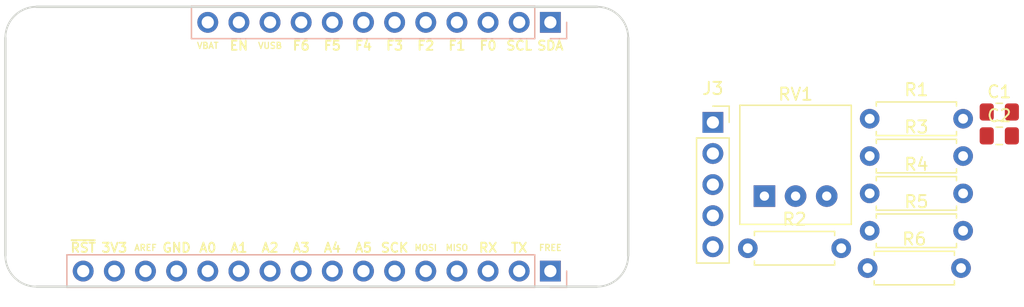
<source format=kicad_pcb>
(kicad_pcb (version 20171130) (host pcbnew 5.0.2-bee76a0~70~ubuntu16.04.1)

  (general
    (thickness 1.6)
    (drawings 36)
    (tracks 0)
    (zones 0)
    (modules 16)
    (nets 32)
  )

  (page A4)
  (layers
    (0 F.Cu signal)
    (31 B.Cu signal)
    (32 B.Adhes user)
    (33 F.Adhes user)
    (34 B.Paste user)
    (35 F.Paste user)
    (36 B.SilkS user)
    (37 F.SilkS user)
    (38 B.Mask user)
    (39 F.Mask user)
    (40 Dwgs.User user)
    (41 Cmts.User user)
    (42 Eco1.User user)
    (43 Eco2.User user)
    (44 Edge.Cuts user)
    (45 Margin user)
    (46 B.CrtYd user)
    (47 F.CrtYd user)
    (48 B.Fab user)
    (49 F.Fab user)
  )

  (setup
    (last_trace_width 0.25)
    (trace_clearance 0.2)
    (zone_clearance 0.508)
    (zone_45_only no)
    (trace_min 0.2)
    (segment_width 0.2)
    (edge_width 0.15)
    (via_size 0.8)
    (via_drill 0.4)
    (via_min_size 0.4)
    (via_min_drill 0.3)
    (uvia_size 0.3)
    (uvia_drill 0.1)
    (uvias_allowed no)
    (uvia_min_size 0.2)
    (uvia_min_drill 0.1)
    (pcb_text_width 0.3)
    (pcb_text_size 1.5 1.5)
    (mod_edge_width 0.15)
    (mod_text_size 1 1)
    (mod_text_width 0.15)
    (pad_size 1.524 1.524)
    (pad_drill 0.762)
    (pad_to_mask_clearance 0.051)
    (solder_mask_min_width 0.25)
    (aux_axis_origin 0 0)
    (visible_elements FFFFF77F)
    (pcbplotparams
      (layerselection 0x010fc_ffffffff)
      (usegerberextensions false)
      (usegerberattributes false)
      (usegerberadvancedattributes false)
      (creategerberjobfile false)
      (excludeedgelayer true)
      (linewidth 0.100000)
      (plotframeref false)
      (viasonmask false)
      (mode 1)
      (useauxorigin false)
      (hpglpennumber 1)
      (hpglpenspeed 20)
      (hpglpendiameter 15.000000)
      (psnegative false)
      (psa4output false)
      (plotreference true)
      (plotvalue true)
      (plotinvisibletext false)
      (padsonsilk false)
      (subtractmaskfromsilk false)
      (outputformat 1)
      (mirror false)
      (drillshape 1)
      (scaleselection 1)
      (outputdirectory ""))
  )

  (net 0 "")
  (net 1 /FREE)
  (net 2 /TX)
  (net 3 /RX)
  (net 4 /MISO)
  (net 5 /MOSI)
  (net 6 /SCK)
  (net 7 /A5)
  (net 8 /A4)
  (net 9 /A3)
  (net 10 /A2)
  (net 11 /A1)
  (net 12 /A0)
  (net 13 GND)
  (net 14 /AREF)
  (net 15 +3V3)
  (net 16 /~RST)
  (net 17 /SDA)
  (net 18 /SCL)
  (net 19 /F0)
  (net 20 /F1)
  (net 21 /F2)
  (net 22 /F3)
  (net 23 /F4)
  (net 24 /F5)
  (net 25 /F6)
  (net 26 /VUSB)
  (net 27 /EN)
  (net 28 /VBAT)
  (net 29 /GATE)
  (net 30 /ENV)
  (net 31 /AUD)

  (net_class Default "This is the default net class."
    (clearance 0.2)
    (trace_width 0.25)
    (via_dia 0.8)
    (via_drill 0.4)
    (uvia_dia 0.3)
    (uvia_drill 0.1)
    (add_net +3V3)
    (add_net /A0)
    (add_net /A1)
    (add_net /A2)
    (add_net /A3)
    (add_net /A4)
    (add_net /A5)
    (add_net /AREF)
    (add_net /AUD)
    (add_net /EN)
    (add_net /ENV)
    (add_net /F0)
    (add_net /F1)
    (add_net /F2)
    (add_net /F3)
    (add_net /F4)
    (add_net /F5)
    (add_net /F6)
    (add_net /FREE)
    (add_net /GATE)
    (add_net /MISO)
    (add_net /MOSI)
    (add_net /RX)
    (add_net /SCK)
    (add_net /SCL)
    (add_net /SDA)
    (add_net /TX)
    (add_net /VBAT)
    (add_net /VUSB)
    (add_net /~RST)
    (add_net GND)
  )

  (module MountingHole:MountingHole_2.7mm_M2.5 locked (layer F.Cu) (tedit 5D377204) (tstamp 5D4FBE97)
    (at 73.66 27.94)
    (descr "Mounting Hole 2.7mm, no annular, M2.5")
    (tags "mounting hole 2.7mm no annular m2.5")
    (attr virtual)
    (fp_text reference REF** (at 0 -3.7) (layer F.SilkS) hide
      (effects (font (size 1 1) (thickness 0.15)))
    )
    (fp_text value MountingHole_2.7mm_M2.5 (at 0 3.7) (layer F.Fab) hide
      (effects (font (size 1 1) (thickness 0.15)))
    )
    (fp_text user %R (at 0.3 0) (layer F.Fab) hide
      (effects (font (size 1 1) (thickness 0.15)))
    )
    (fp_circle (center 0 0) (end 2.7 0) (layer Cmts.User) (width 0.15))
    (fp_circle (center 0 0) (end 2.95 0) (layer F.CrtYd) (width 0.05))
    (pad 1 np_thru_hole circle (at 0 0) (size 2.7 2.7) (drill 2.7) (layers *.Cu *.Mask))
  )

  (module MountingHole:MountingHole_2.7mm_M2.5 locked (layer F.Cu) (tedit 5D377204) (tstamp 5D4FBE89)
    (at 73.66 45.72)
    (descr "Mounting Hole 2.7mm, no annular, M2.5")
    (tags "mounting hole 2.7mm no annular m2.5")
    (attr virtual)
    (fp_text reference REF** (at 0 -3.7) (layer F.SilkS) hide
      (effects (font (size 1 1) (thickness 0.15)))
    )
    (fp_text value MountingHole_2.7mm_M2.5 (at 0 3.7) (layer F.Fab) hide
      (effects (font (size 1 1) (thickness 0.15)))
    )
    (fp_circle (center 0 0) (end 2.95 0) (layer F.CrtYd) (width 0.05))
    (fp_circle (center 0 0) (end 2.7 0) (layer Cmts.User) (width 0.15))
    (fp_text user %R (at 0.3 0) (layer F.Fab) hide
      (effects (font (size 1 1) (thickness 0.15)))
    )
    (pad 1 np_thru_hole circle (at 0 0) (size 2.7 2.7) (drill 2.7) (layers *.Cu *.Mask))
  )

  (module MountingHole:MountingHole_2.7mm_M2.5 locked (layer F.Cu) (tedit 5D377204) (tstamp 5D4FBE7B)
    (at 27.94 45.72)
    (descr "Mounting Hole 2.7mm, no annular, M2.5")
    (tags "mounting hole 2.7mm no annular m2.5")
    (attr virtual)
    (fp_text reference REF** (at 0 -3.7) (layer F.SilkS) hide
      (effects (font (size 1 1) (thickness 0.15)))
    )
    (fp_text value MountingHole_2.7mm_M2.5 (at 0 3.7) (layer F.Fab) hide
      (effects (font (size 1 1) (thickness 0.15)))
    )
    (fp_text user %R (at 0.3 0) (layer F.Fab) hide
      (effects (font (size 1 1) (thickness 0.15)))
    )
    (fp_circle (center 0 0) (end 2.7 0) (layer Cmts.User) (width 0.15))
    (fp_circle (center 0 0) (end 2.95 0) (layer F.CrtYd) (width 0.05))
    (pad 1 np_thru_hole circle (at 0 0) (size 2.7 2.7) (drill 2.7) (layers *.Cu *.Mask))
  )

  (module MountingHole:MountingHole_2.7mm_M2.5 locked (layer F.Cu) (tedit 5D377204) (tstamp 5D4FBE61)
    (at 27.94 27.94)
    (descr "Mounting Hole 2.7mm, no annular, M2.5")
    (tags "mounting hole 2.7mm no annular m2.5")
    (attr virtual)
    (fp_text reference REF** (at 0 -3.7) (layer F.SilkS) hide
      (effects (font (size 1 1) (thickness 0.15)))
    )
    (fp_text value MountingHole_2.7mm_M2.5 (at 0 3.7) (layer F.Fab) hide
      (effects (font (size 1 1) (thickness 0.15)))
    )
    (fp_circle (center 0 0) (end 2.95 0) (layer F.CrtYd) (width 0.05))
    (fp_circle (center 0 0) (end 2.7 0) (layer Cmts.User) (width 0.15))
    (fp_text user %R (at 0.3 0) (layer F.Fab) hide
      (effects (font (size 1 1) (thickness 0.15)))
    )
    (pad 1 np_thru_hole circle (at 0 0) (size 2.7 2.7) (drill 2.7) (layers *.Cu *.Mask))
  )

  (module Connector_PinHeader_2.54mm:PinHeader_1x16_P2.54mm_Vertical (layer B.Cu) (tedit 5D3772F9) (tstamp 5D4FBF56)
    (at 69.85 46.99 90)
    (descr "Through hole straight pin header, 1x16, 2.54mm pitch, single row")
    (tags "Through hole pin header THT 1x16 2.54mm single row")
    (path /5D375C76)
    (fp_text reference J1 (at 0 2.33 90) (layer B.SilkS) hide
      (effects (font (size 1 1) (thickness 0.15)) (justify mirror))
    )
    (fp_text value "feather long" (at 0 -40.43 90) (layer B.Fab) hide
      (effects (font (size 1 1) (thickness 0.15)) (justify mirror))
    )
    (fp_line (start -0.635 1.27) (end 1.27 1.27) (layer B.Fab) (width 0.1))
    (fp_line (start 1.27 1.27) (end 1.27 -39.37) (layer B.Fab) (width 0.1))
    (fp_line (start 1.27 -39.37) (end -1.27 -39.37) (layer B.Fab) (width 0.1))
    (fp_line (start -1.27 -39.37) (end -1.27 0.635) (layer B.Fab) (width 0.1))
    (fp_line (start -1.27 0.635) (end -0.635 1.27) (layer B.Fab) (width 0.1))
    (fp_line (start -1.33 -39.43) (end 1.33 -39.43) (layer B.SilkS) (width 0.12))
    (fp_line (start -1.33 -1.27) (end -1.33 -39.43) (layer B.SilkS) (width 0.12))
    (fp_line (start 1.33 -1.27) (end 1.33 -39.43) (layer B.SilkS) (width 0.12))
    (fp_line (start -1.33 -1.27) (end 1.33 -1.27) (layer B.SilkS) (width 0.12))
    (fp_line (start -1.33 0) (end -1.33 1.33) (layer B.SilkS) (width 0.12))
    (fp_line (start -1.33 1.33) (end 0 1.33) (layer B.SilkS) (width 0.12))
    (fp_line (start -1.8 1.8) (end -1.8 -39.9) (layer B.CrtYd) (width 0.05))
    (fp_line (start -1.8 -39.9) (end 1.8 -39.9) (layer B.CrtYd) (width 0.05))
    (fp_line (start 1.8 -39.9) (end 1.8 1.8) (layer B.CrtYd) (width 0.05))
    (fp_line (start 1.8 1.8) (end -1.8 1.8) (layer B.CrtYd) (width 0.05))
    (fp_text user %R (at 0 -19.05) (layer B.Fab)
      (effects (font (size 1 1) (thickness 0.15)) (justify mirror))
    )
    (pad 1 thru_hole rect (at 0 0 90) (size 1.7 1.7) (drill 1) (layers *.Cu *.Mask)
      (net 1 /FREE))
    (pad 2 thru_hole oval (at 0 -2.54 90) (size 1.7 1.7) (drill 1) (layers *.Cu *.Mask)
      (net 2 /TX))
    (pad 3 thru_hole oval (at 0 -5.08 90) (size 1.7 1.7) (drill 1) (layers *.Cu *.Mask)
      (net 3 /RX))
    (pad 4 thru_hole oval (at 0 -7.62 90) (size 1.7 1.7) (drill 1) (layers *.Cu *.Mask)
      (net 4 /MISO))
    (pad 5 thru_hole oval (at 0 -10.16 90) (size 1.7 1.7) (drill 1) (layers *.Cu *.Mask)
      (net 5 /MOSI))
    (pad 6 thru_hole oval (at 0 -12.7 90) (size 1.7 1.7) (drill 1) (layers *.Cu *.Mask)
      (net 6 /SCK))
    (pad 7 thru_hole oval (at 0 -15.24 90) (size 1.7 1.7) (drill 1) (layers *.Cu *.Mask)
      (net 7 /A5))
    (pad 8 thru_hole oval (at 0 -17.78 90) (size 1.7 1.7) (drill 1) (layers *.Cu *.Mask)
      (net 8 /A4))
    (pad 9 thru_hole oval (at 0 -20.32 90) (size 1.7 1.7) (drill 1) (layers *.Cu *.Mask)
      (net 9 /A3))
    (pad 10 thru_hole oval (at 0 -22.86 90) (size 1.7 1.7) (drill 1) (layers *.Cu *.Mask)
      (net 10 /A2))
    (pad 11 thru_hole oval (at 0 -25.4 90) (size 1.7 1.7) (drill 1) (layers *.Cu *.Mask)
      (net 11 /A1))
    (pad 12 thru_hole oval (at 0 -27.94 90) (size 1.7 1.7) (drill 1) (layers *.Cu *.Mask)
      (net 12 /A0))
    (pad 13 thru_hole oval (at 0 -30.48 90) (size 1.7 1.7) (drill 1) (layers *.Cu *.Mask)
      (net 13 GND))
    (pad 14 thru_hole oval (at 0 -33.02 90) (size 1.7 1.7) (drill 1) (layers *.Cu *.Mask)
      (net 14 /AREF))
    (pad 15 thru_hole oval (at 0 -35.56 90) (size 1.7 1.7) (drill 1) (layers *.Cu *.Mask)
      (net 15 +3V3))
    (pad 16 thru_hole oval (at 0 -38.1 90) (size 1.7 1.7) (drill 1) (layers *.Cu *.Mask)
      (net 16 /~RST))
    (model ${KISYS3DMOD}/Connector_PinHeader_2.54mm.3dshapes/PinHeader_1x16_P2.54mm_Vertical.wrl
      (at (xyz 0 0 0))
      (scale (xyz 1 1 1))
      (rotate (xyz 0 0 0))
    )
  )

  (module Connector_PinHeader_2.54mm:PinHeader_1x12_P2.54mm_Vertical (layer B.Cu) (tedit 5D3772F5) (tstamp 5D4FBF76)
    (at 69.85 26.67 90)
    (descr "Through hole straight pin header, 1x12, 2.54mm pitch, single row")
    (tags "Through hole pin header THT 1x12 2.54mm single row")
    (path /5D375CC4)
    (fp_text reference J2 (at 0 2.33 90) (layer B.SilkS) hide
      (effects (font (size 1 1) (thickness 0.15)) (justify mirror))
    )
    (fp_text value "feather short" (at 0 -30.27 90) (layer B.Fab) hide
      (effects (font (size 1 1) (thickness 0.15)) (justify mirror))
    )
    (fp_line (start -0.635 1.27) (end 1.27 1.27) (layer B.Fab) (width 0.1))
    (fp_line (start 1.27 1.27) (end 1.27 -29.21) (layer B.Fab) (width 0.1))
    (fp_line (start 1.27 -29.21) (end -1.27 -29.21) (layer B.Fab) (width 0.1))
    (fp_line (start -1.27 -29.21) (end -1.27 0.635) (layer B.Fab) (width 0.1))
    (fp_line (start -1.27 0.635) (end -0.635 1.27) (layer B.Fab) (width 0.1))
    (fp_line (start -1.33 -29.27) (end 1.33 -29.27) (layer B.SilkS) (width 0.12))
    (fp_line (start -1.33 -1.27) (end -1.33 -29.27) (layer B.SilkS) (width 0.12))
    (fp_line (start 1.33 -1.27) (end 1.33 -29.27) (layer B.SilkS) (width 0.12))
    (fp_line (start -1.33 -1.27) (end 1.33 -1.27) (layer B.SilkS) (width 0.12))
    (fp_line (start -1.33 0) (end -1.33 1.33) (layer B.SilkS) (width 0.12))
    (fp_line (start -1.33 1.33) (end 0 1.33) (layer B.SilkS) (width 0.12))
    (fp_line (start -1.8 1.8) (end -1.8 -29.75) (layer B.CrtYd) (width 0.05))
    (fp_line (start -1.8 -29.75) (end 1.8 -29.75) (layer B.CrtYd) (width 0.05))
    (fp_line (start 1.8 -29.75) (end 1.8 1.8) (layer B.CrtYd) (width 0.05))
    (fp_line (start 1.8 1.8) (end -1.8 1.8) (layer B.CrtYd) (width 0.05))
    (fp_text user %R (at 0 -13.97) (layer B.Fab)
      (effects (font (size 1 1) (thickness 0.15)) (justify mirror))
    )
    (pad 1 thru_hole rect (at 0 0 90) (size 1.7 1.7) (drill 1) (layers *.Cu *.Mask)
      (net 17 /SDA))
    (pad 2 thru_hole oval (at 0 -2.54 90) (size 1.7 1.7) (drill 1) (layers *.Cu *.Mask)
      (net 18 /SCL))
    (pad 3 thru_hole oval (at 0 -5.08 90) (size 1.7 1.7) (drill 1) (layers *.Cu *.Mask)
      (net 19 /F0))
    (pad 4 thru_hole oval (at 0 -7.62 90) (size 1.7 1.7) (drill 1) (layers *.Cu *.Mask)
      (net 20 /F1))
    (pad 5 thru_hole oval (at 0 -10.16 90) (size 1.7 1.7) (drill 1) (layers *.Cu *.Mask)
      (net 21 /F2))
    (pad 6 thru_hole oval (at 0 -12.7 90) (size 1.7 1.7) (drill 1) (layers *.Cu *.Mask)
      (net 22 /F3))
    (pad 7 thru_hole oval (at 0 -15.24 90) (size 1.7 1.7) (drill 1) (layers *.Cu *.Mask)
      (net 23 /F4))
    (pad 8 thru_hole oval (at 0 -17.78 90) (size 1.7 1.7) (drill 1) (layers *.Cu *.Mask)
      (net 24 /F5))
    (pad 9 thru_hole oval (at 0 -20.32 90) (size 1.7 1.7) (drill 1) (layers *.Cu *.Mask)
      (net 25 /F6))
    (pad 10 thru_hole oval (at 0 -22.86 90) (size 1.7 1.7) (drill 1) (layers *.Cu *.Mask)
      (net 26 /VUSB))
    (pad 11 thru_hole oval (at 0 -25.4 90) (size 1.7 1.7) (drill 1) (layers *.Cu *.Mask)
      (net 27 /EN))
    (pad 12 thru_hole oval (at 0 -27.94 90) (size 1.7 1.7) (drill 1) (layers *.Cu *.Mask)
      (net 28 /VBAT))
    (model ${KISYS3DMOD}/Connector_PinHeader_2.54mm.3dshapes/PinHeader_1x12_P2.54mm_Vertical.wrl
      (at (xyz 0 0 0))
      (scale (xyz 1 1 1))
      (rotate (xyz 0 0 0))
    )
  )

  (module Capacitor_SMD:C_0805_2012Metric_Pad1.15x1.40mm_HandSolder (layer F.Cu) (tedit 5B36C52B) (tstamp 5D454535)
    (at 106.465001 33.995001)
    (descr "Capacitor SMD 0805 (2012 Metric), square (rectangular) end terminal, IPC_7351 nominal with elongated pad for handsoldering. (Body size source: https://docs.google.com/spreadsheets/d/1BsfQQcO9C6DZCsRaXUlFlo91Tg2WpOkGARC1WS5S8t0/edit?usp=sharing), generated with kicad-footprint-generator")
    (tags "capacitor handsolder")
    (path /5D3A7CD1)
    (attr smd)
    (fp_text reference C1 (at 0 -1.65) (layer F.SilkS)
      (effects (font (size 1 1) (thickness 0.15)))
    )
    (fp_text value 10μF (at 0 1.65) (layer F.Fab)
      (effects (font (size 1 1) (thickness 0.15)))
    )
    (fp_line (start -1 0.6) (end -1 -0.6) (layer F.Fab) (width 0.1))
    (fp_line (start -1 -0.6) (end 1 -0.6) (layer F.Fab) (width 0.1))
    (fp_line (start 1 -0.6) (end 1 0.6) (layer F.Fab) (width 0.1))
    (fp_line (start 1 0.6) (end -1 0.6) (layer F.Fab) (width 0.1))
    (fp_line (start -0.261252 -0.71) (end 0.261252 -0.71) (layer F.SilkS) (width 0.12))
    (fp_line (start -0.261252 0.71) (end 0.261252 0.71) (layer F.SilkS) (width 0.12))
    (fp_line (start -1.85 0.95) (end -1.85 -0.95) (layer F.CrtYd) (width 0.05))
    (fp_line (start -1.85 -0.95) (end 1.85 -0.95) (layer F.CrtYd) (width 0.05))
    (fp_line (start 1.85 -0.95) (end 1.85 0.95) (layer F.CrtYd) (width 0.05))
    (fp_line (start 1.85 0.95) (end -1.85 0.95) (layer F.CrtYd) (width 0.05))
    (fp_text user %R (at 0 0) (layer F.Fab)
      (effects (font (size 0.5 0.5) (thickness 0.08)))
    )
    (pad 1 smd roundrect (at -1.025 0) (size 1.15 1.4) (layers F.Cu F.Paste F.Mask) (roundrect_rratio 0.217391)
      (net 26 /VUSB))
    (pad 2 smd roundrect (at 1.025 0) (size 1.15 1.4) (layers F.Cu F.Paste F.Mask) (roundrect_rratio 0.217391)
      (net 13 GND))
    (model ${KISYS3DMOD}/Capacitor_SMD.3dshapes/C_0805_2012Metric.wrl
      (at (xyz 0 0 0))
      (scale (xyz 1 1 1))
      (rotate (xyz 0 0 0))
    )
  )

  (module Capacitor_SMD:C_0805_2012Metric_Pad1.15x1.40mm_HandSolder (layer F.Cu) (tedit 5B36C52B) (tstamp 5D454546)
    (at 106.465001 35.945001)
    (descr "Capacitor SMD 0805 (2012 Metric), square (rectangular) end terminal, IPC_7351 nominal with elongated pad for handsoldering. (Body size source: https://docs.google.com/spreadsheets/d/1BsfQQcO9C6DZCsRaXUlFlo91Tg2WpOkGARC1WS5S8t0/edit?usp=sharing), generated with kicad-footprint-generator")
    (tags "capacitor handsolder")
    (path /5D38CF09)
    (attr smd)
    (fp_text reference C2 (at 0 -1.65) (layer F.SilkS)
      (effects (font (size 1 1) (thickness 0.15)))
    )
    (fp_text value 10μF (at 0 1.65) (layer F.Fab)
      (effects (font (size 1 1) (thickness 0.15)))
    )
    (fp_text user %R (at 0 0) (layer F.Fab)
      (effects (font (size 0.5 0.5) (thickness 0.08)))
    )
    (fp_line (start 1.85 0.95) (end -1.85 0.95) (layer F.CrtYd) (width 0.05))
    (fp_line (start 1.85 -0.95) (end 1.85 0.95) (layer F.CrtYd) (width 0.05))
    (fp_line (start -1.85 -0.95) (end 1.85 -0.95) (layer F.CrtYd) (width 0.05))
    (fp_line (start -1.85 0.95) (end -1.85 -0.95) (layer F.CrtYd) (width 0.05))
    (fp_line (start -0.261252 0.71) (end 0.261252 0.71) (layer F.SilkS) (width 0.12))
    (fp_line (start -0.261252 -0.71) (end 0.261252 -0.71) (layer F.SilkS) (width 0.12))
    (fp_line (start 1 0.6) (end -1 0.6) (layer F.Fab) (width 0.1))
    (fp_line (start 1 -0.6) (end 1 0.6) (layer F.Fab) (width 0.1))
    (fp_line (start -1 -0.6) (end 1 -0.6) (layer F.Fab) (width 0.1))
    (fp_line (start -1 0.6) (end -1 -0.6) (layer F.Fab) (width 0.1))
    (pad 2 smd roundrect (at 1.025 0) (size 1.15 1.4) (layers F.Cu F.Paste F.Mask) (roundrect_rratio 0.217391)
      (net 13 GND))
    (pad 1 smd roundrect (at -1.025 0) (size 1.15 1.4) (layers F.Cu F.Paste F.Mask) (roundrect_rratio 0.217391)
      (net 15 +3V3))
    (model ${KISYS3DMOD}/Capacitor_SMD.3dshapes/C_0805_2012Metric.wrl
      (at (xyz 0 0 0))
      (scale (xyz 1 1 1))
      (rotate (xyz 0 0 0))
    )
  )

  (module Connector_PinSocket_2.54mm:PinSocket_1x05_P2.54mm_Vertical (layer F.Cu) (tedit 5A19A420) (tstamp 5D45455F)
    (at 83.105001 34.845001)
    (descr "Through hole straight socket strip, 1x05, 2.54mm pitch, single row (from Kicad 4.0.7), script generated")
    (tags "Through hole socket strip THT 1x05 2.54mm single row")
    (path /5D38837E)
    (fp_text reference J3 (at 0 -2.77) (layer F.SilkS)
      (effects (font (size 1 1) (thickness 0.15)))
    )
    (fp_text value "sound detector" (at 0 12.93) (layer F.Fab)
      (effects (font (size 1 1) (thickness 0.15)))
    )
    (fp_line (start -1.27 -1.27) (end 0.635 -1.27) (layer F.Fab) (width 0.1))
    (fp_line (start 0.635 -1.27) (end 1.27 -0.635) (layer F.Fab) (width 0.1))
    (fp_line (start 1.27 -0.635) (end 1.27 11.43) (layer F.Fab) (width 0.1))
    (fp_line (start 1.27 11.43) (end -1.27 11.43) (layer F.Fab) (width 0.1))
    (fp_line (start -1.27 11.43) (end -1.27 -1.27) (layer F.Fab) (width 0.1))
    (fp_line (start -1.33 1.27) (end 1.33 1.27) (layer F.SilkS) (width 0.12))
    (fp_line (start -1.33 1.27) (end -1.33 11.49) (layer F.SilkS) (width 0.12))
    (fp_line (start -1.33 11.49) (end 1.33 11.49) (layer F.SilkS) (width 0.12))
    (fp_line (start 1.33 1.27) (end 1.33 11.49) (layer F.SilkS) (width 0.12))
    (fp_line (start 1.33 -1.33) (end 1.33 0) (layer F.SilkS) (width 0.12))
    (fp_line (start 0 -1.33) (end 1.33 -1.33) (layer F.SilkS) (width 0.12))
    (fp_line (start -1.8 -1.8) (end 1.75 -1.8) (layer F.CrtYd) (width 0.05))
    (fp_line (start 1.75 -1.8) (end 1.75 11.9) (layer F.CrtYd) (width 0.05))
    (fp_line (start 1.75 11.9) (end -1.8 11.9) (layer F.CrtYd) (width 0.05))
    (fp_line (start -1.8 11.9) (end -1.8 -1.8) (layer F.CrtYd) (width 0.05))
    (fp_text user %R (at 0 5.08 90) (layer F.Fab)
      (effects (font (size 1 1) (thickness 0.15)))
    )
    (pad 1 thru_hole rect (at 0 0) (size 1.7 1.7) (drill 1) (layers *.Cu *.Mask)
      (net 13 GND))
    (pad 2 thru_hole oval (at 0 2.54) (size 1.7 1.7) (drill 1) (layers *.Cu *.Mask)
      (net 26 /VUSB))
    (pad 3 thru_hole oval (at 0 5.08) (size 1.7 1.7) (drill 1) (layers *.Cu *.Mask)
      (net 29 /GATE))
    (pad 4 thru_hole oval (at 0 7.62) (size 1.7 1.7) (drill 1) (layers *.Cu *.Mask)
      (net 30 /ENV))
    (pad 5 thru_hole oval (at 0 10.16) (size 1.7 1.7) (drill 1) (layers *.Cu *.Mask)
      (net 31 /AUD))
    (model ${KISYS3DMOD}/Connector_PinSocket_2.54mm.3dshapes/PinSocket_1x05_P2.54mm_Vertical.wrl
      (at (xyz 0 0 0))
      (scale (xyz 1 1 1))
      (rotate (xyz 0 0 0))
    )
  )

  (module Resistor_THT:R_Axial_DIN0207_L6.3mm_D2.5mm_P7.62mm_Horizontal (layer F.Cu) (tedit 5AE5139B) (tstamp 5D454576)
    (at 95.895001 34.545001)
    (descr "Resistor, Axial_DIN0207 series, Axial, Horizontal, pin pitch=7.62mm, 0.25W = 1/4W, length*diameter=6.3*2.5mm^2, http://cdn-reichelt.de/documents/datenblatt/B400/1_4W%23YAG.pdf")
    (tags "Resistor Axial_DIN0207 series Axial Horizontal pin pitch 7.62mm 0.25W = 1/4W length 6.3mm diameter 2.5mm")
    (path /5D38B8FD)
    (fp_text reference R1 (at 3.81 -2.37) (layer F.SilkS)
      (effects (font (size 1 1) (thickness 0.15)))
    )
    (fp_text value 1.74K (at 3.81 2.37) (layer F.Fab)
      (effects (font (size 1 1) (thickness 0.15)))
    )
    (fp_line (start 0.66 -1.25) (end 0.66 1.25) (layer F.Fab) (width 0.1))
    (fp_line (start 0.66 1.25) (end 6.96 1.25) (layer F.Fab) (width 0.1))
    (fp_line (start 6.96 1.25) (end 6.96 -1.25) (layer F.Fab) (width 0.1))
    (fp_line (start 6.96 -1.25) (end 0.66 -1.25) (layer F.Fab) (width 0.1))
    (fp_line (start 0 0) (end 0.66 0) (layer F.Fab) (width 0.1))
    (fp_line (start 7.62 0) (end 6.96 0) (layer F.Fab) (width 0.1))
    (fp_line (start 0.54 -1.04) (end 0.54 -1.37) (layer F.SilkS) (width 0.12))
    (fp_line (start 0.54 -1.37) (end 7.08 -1.37) (layer F.SilkS) (width 0.12))
    (fp_line (start 7.08 -1.37) (end 7.08 -1.04) (layer F.SilkS) (width 0.12))
    (fp_line (start 0.54 1.04) (end 0.54 1.37) (layer F.SilkS) (width 0.12))
    (fp_line (start 0.54 1.37) (end 7.08 1.37) (layer F.SilkS) (width 0.12))
    (fp_line (start 7.08 1.37) (end 7.08 1.04) (layer F.SilkS) (width 0.12))
    (fp_line (start -1.05 -1.5) (end -1.05 1.5) (layer F.CrtYd) (width 0.05))
    (fp_line (start -1.05 1.5) (end 8.67 1.5) (layer F.CrtYd) (width 0.05))
    (fp_line (start 8.67 1.5) (end 8.67 -1.5) (layer F.CrtYd) (width 0.05))
    (fp_line (start 8.67 -1.5) (end -1.05 -1.5) (layer F.CrtYd) (width 0.05))
    (fp_text user %R (at 3.81 0) (layer F.Fab)
      (effects (font (size 1 1) (thickness 0.15)))
    )
    (pad 1 thru_hole circle (at 0 0) (size 1.6 1.6) (drill 0.8) (layers *.Cu *.Mask)
      (net 31 /AUD))
    (pad 2 thru_hole oval (at 7.62 0) (size 1.6 1.6) (drill 0.8) (layers *.Cu *.Mask)
      (net 12 /A0))
    (model ${KISYS3DMOD}/Resistor_THT.3dshapes/R_Axial_DIN0207_L6.3mm_D2.5mm_P7.62mm_Horizontal.wrl
      (at (xyz 0 0 0))
      (scale (xyz 1 1 1))
      (rotate (xyz 0 0 0))
    )
  )

  (module Resistor_THT:R_Axial_DIN0207_L6.3mm_D2.5mm_P7.62mm_Horizontal (layer F.Cu) (tedit 5AE5139B) (tstamp 5D45458D)
    (at 85.955001 45.125001)
    (descr "Resistor, Axial_DIN0207 series, Axial, Horizontal, pin pitch=7.62mm, 0.25W = 1/4W, length*diameter=6.3*2.5mm^2, http://cdn-reichelt.de/documents/datenblatt/B400/1_4W%23YAG.pdf")
    (tags "Resistor Axial_DIN0207 series Axial Horizontal pin pitch 7.62mm 0.25W = 1/4W length 6.3mm diameter 2.5mm")
    (path /5D38B935)
    (fp_text reference R2 (at 3.81 -2.37) (layer F.SilkS)
      (effects (font (size 1 1) (thickness 0.15)))
    )
    (fp_text value 3.3K (at 3.81 2.37) (layer F.Fab)
      (effects (font (size 1 1) (thickness 0.15)))
    )
    (fp_text user %R (at 3.81 0) (layer F.Fab)
      (effects (font (size 1 1) (thickness 0.15)))
    )
    (fp_line (start 8.67 -1.5) (end -1.05 -1.5) (layer F.CrtYd) (width 0.05))
    (fp_line (start 8.67 1.5) (end 8.67 -1.5) (layer F.CrtYd) (width 0.05))
    (fp_line (start -1.05 1.5) (end 8.67 1.5) (layer F.CrtYd) (width 0.05))
    (fp_line (start -1.05 -1.5) (end -1.05 1.5) (layer F.CrtYd) (width 0.05))
    (fp_line (start 7.08 1.37) (end 7.08 1.04) (layer F.SilkS) (width 0.12))
    (fp_line (start 0.54 1.37) (end 7.08 1.37) (layer F.SilkS) (width 0.12))
    (fp_line (start 0.54 1.04) (end 0.54 1.37) (layer F.SilkS) (width 0.12))
    (fp_line (start 7.08 -1.37) (end 7.08 -1.04) (layer F.SilkS) (width 0.12))
    (fp_line (start 0.54 -1.37) (end 7.08 -1.37) (layer F.SilkS) (width 0.12))
    (fp_line (start 0.54 -1.04) (end 0.54 -1.37) (layer F.SilkS) (width 0.12))
    (fp_line (start 7.62 0) (end 6.96 0) (layer F.Fab) (width 0.1))
    (fp_line (start 0 0) (end 0.66 0) (layer F.Fab) (width 0.1))
    (fp_line (start 6.96 -1.25) (end 0.66 -1.25) (layer F.Fab) (width 0.1))
    (fp_line (start 6.96 1.25) (end 6.96 -1.25) (layer F.Fab) (width 0.1))
    (fp_line (start 0.66 1.25) (end 6.96 1.25) (layer F.Fab) (width 0.1))
    (fp_line (start 0.66 -1.25) (end 0.66 1.25) (layer F.Fab) (width 0.1))
    (pad 2 thru_hole oval (at 7.62 0) (size 1.6 1.6) (drill 0.8) (layers *.Cu *.Mask)
      (net 13 GND))
    (pad 1 thru_hole circle (at 0 0) (size 1.6 1.6) (drill 0.8) (layers *.Cu *.Mask)
      (net 12 /A0))
    (model ${KISYS3DMOD}/Resistor_THT.3dshapes/R_Axial_DIN0207_L6.3mm_D2.5mm_P7.62mm_Horizontal.wrl
      (at (xyz 0 0 0))
      (scale (xyz 1 1 1))
      (rotate (xyz 0 0 0))
    )
  )

  (module Resistor_THT:R_Axial_DIN0207_L6.3mm_D2.5mm_P7.62mm_Horizontal (layer F.Cu) (tedit 5AE5139B) (tstamp 5D4545A4)
    (at 95.895001 37.595001)
    (descr "Resistor, Axial_DIN0207 series, Axial, Horizontal, pin pitch=7.62mm, 0.25W = 1/4W, length*diameter=6.3*2.5mm^2, http://cdn-reichelt.de/documents/datenblatt/B400/1_4W%23YAG.pdf")
    (tags "Resistor Axial_DIN0207 series Axial Horizontal pin pitch 7.62mm 0.25W = 1/4W length 6.3mm diameter 2.5mm")
    (path /5D38E30B)
    (fp_text reference R3 (at 3.81 -2.37) (layer F.SilkS)
      (effects (font (size 1 1) (thickness 0.15)))
    )
    (fp_text value 1.74K (at 3.81 2.37) (layer F.Fab)
      (effects (font (size 1 1) (thickness 0.15)))
    )
    (fp_line (start 0.66 -1.25) (end 0.66 1.25) (layer F.Fab) (width 0.1))
    (fp_line (start 0.66 1.25) (end 6.96 1.25) (layer F.Fab) (width 0.1))
    (fp_line (start 6.96 1.25) (end 6.96 -1.25) (layer F.Fab) (width 0.1))
    (fp_line (start 6.96 -1.25) (end 0.66 -1.25) (layer F.Fab) (width 0.1))
    (fp_line (start 0 0) (end 0.66 0) (layer F.Fab) (width 0.1))
    (fp_line (start 7.62 0) (end 6.96 0) (layer F.Fab) (width 0.1))
    (fp_line (start 0.54 -1.04) (end 0.54 -1.37) (layer F.SilkS) (width 0.12))
    (fp_line (start 0.54 -1.37) (end 7.08 -1.37) (layer F.SilkS) (width 0.12))
    (fp_line (start 7.08 -1.37) (end 7.08 -1.04) (layer F.SilkS) (width 0.12))
    (fp_line (start 0.54 1.04) (end 0.54 1.37) (layer F.SilkS) (width 0.12))
    (fp_line (start 0.54 1.37) (end 7.08 1.37) (layer F.SilkS) (width 0.12))
    (fp_line (start 7.08 1.37) (end 7.08 1.04) (layer F.SilkS) (width 0.12))
    (fp_line (start -1.05 -1.5) (end -1.05 1.5) (layer F.CrtYd) (width 0.05))
    (fp_line (start -1.05 1.5) (end 8.67 1.5) (layer F.CrtYd) (width 0.05))
    (fp_line (start 8.67 1.5) (end 8.67 -1.5) (layer F.CrtYd) (width 0.05))
    (fp_line (start 8.67 -1.5) (end -1.05 -1.5) (layer F.CrtYd) (width 0.05))
    (fp_text user %R (at 3.81 0) (layer F.Fab)
      (effects (font (size 1 1) (thickness 0.15)))
    )
    (pad 1 thru_hole circle (at 0 0) (size 1.6 1.6) (drill 0.8) (layers *.Cu *.Mask)
      (net 30 /ENV))
    (pad 2 thru_hole oval (at 7.62 0) (size 1.6 1.6) (drill 0.8) (layers *.Cu *.Mask)
      (net 11 /A1))
    (model ${KISYS3DMOD}/Resistor_THT.3dshapes/R_Axial_DIN0207_L6.3mm_D2.5mm_P7.62mm_Horizontal.wrl
      (at (xyz 0 0 0))
      (scale (xyz 1 1 1))
      (rotate (xyz 0 0 0))
    )
  )

  (module Resistor_THT:R_Axial_DIN0207_L6.3mm_D2.5mm_P7.62mm_Horizontal (layer F.Cu) (tedit 5AE5139B) (tstamp 5D4545BB)
    (at 95.895001 40.645001)
    (descr "Resistor, Axial_DIN0207 series, Axial, Horizontal, pin pitch=7.62mm, 0.25W = 1/4W, length*diameter=6.3*2.5mm^2, http://cdn-reichelt.de/documents/datenblatt/B400/1_4W%23YAG.pdf")
    (tags "Resistor Axial_DIN0207 series Axial Horizontal pin pitch 7.62mm 0.25W = 1/4W length 6.3mm diameter 2.5mm")
    (path /5D38E314)
    (fp_text reference R4 (at 3.81 -2.37) (layer F.SilkS)
      (effects (font (size 1 1) (thickness 0.15)))
    )
    (fp_text value 3.3K (at 3.81 2.37) (layer F.Fab)
      (effects (font (size 1 1) (thickness 0.15)))
    )
    (fp_text user %R (at 3.81 0) (layer F.Fab)
      (effects (font (size 1 1) (thickness 0.15)))
    )
    (fp_line (start 8.67 -1.5) (end -1.05 -1.5) (layer F.CrtYd) (width 0.05))
    (fp_line (start 8.67 1.5) (end 8.67 -1.5) (layer F.CrtYd) (width 0.05))
    (fp_line (start -1.05 1.5) (end 8.67 1.5) (layer F.CrtYd) (width 0.05))
    (fp_line (start -1.05 -1.5) (end -1.05 1.5) (layer F.CrtYd) (width 0.05))
    (fp_line (start 7.08 1.37) (end 7.08 1.04) (layer F.SilkS) (width 0.12))
    (fp_line (start 0.54 1.37) (end 7.08 1.37) (layer F.SilkS) (width 0.12))
    (fp_line (start 0.54 1.04) (end 0.54 1.37) (layer F.SilkS) (width 0.12))
    (fp_line (start 7.08 -1.37) (end 7.08 -1.04) (layer F.SilkS) (width 0.12))
    (fp_line (start 0.54 -1.37) (end 7.08 -1.37) (layer F.SilkS) (width 0.12))
    (fp_line (start 0.54 -1.04) (end 0.54 -1.37) (layer F.SilkS) (width 0.12))
    (fp_line (start 7.62 0) (end 6.96 0) (layer F.Fab) (width 0.1))
    (fp_line (start 0 0) (end 0.66 0) (layer F.Fab) (width 0.1))
    (fp_line (start 6.96 -1.25) (end 0.66 -1.25) (layer F.Fab) (width 0.1))
    (fp_line (start 6.96 1.25) (end 6.96 -1.25) (layer F.Fab) (width 0.1))
    (fp_line (start 0.66 1.25) (end 6.96 1.25) (layer F.Fab) (width 0.1))
    (fp_line (start 0.66 -1.25) (end 0.66 1.25) (layer F.Fab) (width 0.1))
    (pad 2 thru_hole oval (at 7.62 0) (size 1.6 1.6) (drill 0.8) (layers *.Cu *.Mask)
      (net 13 GND))
    (pad 1 thru_hole circle (at 0 0) (size 1.6 1.6) (drill 0.8) (layers *.Cu *.Mask)
      (net 11 /A1))
    (model ${KISYS3DMOD}/Resistor_THT.3dshapes/R_Axial_DIN0207_L6.3mm_D2.5mm_P7.62mm_Horizontal.wrl
      (at (xyz 0 0 0))
      (scale (xyz 1 1 1))
      (rotate (xyz 0 0 0))
    )
  )

  (module Resistor_THT:R_Axial_DIN0207_L6.3mm_D2.5mm_P7.62mm_Horizontal (layer F.Cu) (tedit 5AE5139B) (tstamp 5D4545D2)
    (at 95.895001 43.695001)
    (descr "Resistor, Axial_DIN0207 series, Axial, Horizontal, pin pitch=7.62mm, 0.25W = 1/4W, length*diameter=6.3*2.5mm^2, http://cdn-reichelt.de/documents/datenblatt/B400/1_4W%23YAG.pdf")
    (tags "Resistor Axial_DIN0207 series Axial Horizontal pin pitch 7.62mm 0.25W = 1/4W length 6.3mm diameter 2.5mm")
    (path /5D38FB9F)
    (fp_text reference R5 (at 3.81 -2.37) (layer F.SilkS)
      (effects (font (size 1 1) (thickness 0.15)))
    )
    (fp_text value 1.74K (at 3.81 2.37) (layer F.Fab)
      (effects (font (size 1 1) (thickness 0.15)))
    )
    (fp_line (start 0.66 -1.25) (end 0.66 1.25) (layer F.Fab) (width 0.1))
    (fp_line (start 0.66 1.25) (end 6.96 1.25) (layer F.Fab) (width 0.1))
    (fp_line (start 6.96 1.25) (end 6.96 -1.25) (layer F.Fab) (width 0.1))
    (fp_line (start 6.96 -1.25) (end 0.66 -1.25) (layer F.Fab) (width 0.1))
    (fp_line (start 0 0) (end 0.66 0) (layer F.Fab) (width 0.1))
    (fp_line (start 7.62 0) (end 6.96 0) (layer F.Fab) (width 0.1))
    (fp_line (start 0.54 -1.04) (end 0.54 -1.37) (layer F.SilkS) (width 0.12))
    (fp_line (start 0.54 -1.37) (end 7.08 -1.37) (layer F.SilkS) (width 0.12))
    (fp_line (start 7.08 -1.37) (end 7.08 -1.04) (layer F.SilkS) (width 0.12))
    (fp_line (start 0.54 1.04) (end 0.54 1.37) (layer F.SilkS) (width 0.12))
    (fp_line (start 0.54 1.37) (end 7.08 1.37) (layer F.SilkS) (width 0.12))
    (fp_line (start 7.08 1.37) (end 7.08 1.04) (layer F.SilkS) (width 0.12))
    (fp_line (start -1.05 -1.5) (end -1.05 1.5) (layer F.CrtYd) (width 0.05))
    (fp_line (start -1.05 1.5) (end 8.67 1.5) (layer F.CrtYd) (width 0.05))
    (fp_line (start 8.67 1.5) (end 8.67 -1.5) (layer F.CrtYd) (width 0.05))
    (fp_line (start 8.67 -1.5) (end -1.05 -1.5) (layer F.CrtYd) (width 0.05))
    (fp_text user %R (at 3.81 0) (layer F.Fab)
      (effects (font (size 1 1) (thickness 0.15)))
    )
    (pad 1 thru_hole circle (at 0 0) (size 1.6 1.6) (drill 0.8) (layers *.Cu *.Mask)
      (net 29 /GATE))
    (pad 2 thru_hole oval (at 7.62 0) (size 1.6 1.6) (drill 0.8) (layers *.Cu *.Mask)
      (net 19 /F0))
    (model ${KISYS3DMOD}/Resistor_THT.3dshapes/R_Axial_DIN0207_L6.3mm_D2.5mm_P7.62mm_Horizontal.wrl
      (at (xyz 0 0 0))
      (scale (xyz 1 1 1))
      (rotate (xyz 0 0 0))
    )
  )

  (module Resistor_THT:R_Axial_DIN0207_L6.3mm_D2.5mm_P7.62mm_Horizontal (layer F.Cu) (tedit 5AE5139B) (tstamp 5D4545E9)
    (at 95.725001 46.745001)
    (descr "Resistor, Axial_DIN0207 series, Axial, Horizontal, pin pitch=7.62mm, 0.25W = 1/4W, length*diameter=6.3*2.5mm^2, http://cdn-reichelt.de/documents/datenblatt/B400/1_4W%23YAG.pdf")
    (tags "Resistor Axial_DIN0207 series Axial Horizontal pin pitch 7.62mm 0.25W = 1/4W length 6.3mm diameter 2.5mm")
    (path /5D38FBA8)
    (fp_text reference R6 (at 3.81 -2.37) (layer F.SilkS)
      (effects (font (size 1 1) (thickness 0.15)))
    )
    (fp_text value 3.3K (at 3.81 2.37) (layer F.Fab)
      (effects (font (size 1 1) (thickness 0.15)))
    )
    (fp_text user %R (at 3.81 0) (layer F.Fab)
      (effects (font (size 1 1) (thickness 0.15)))
    )
    (fp_line (start 8.67 -1.5) (end -1.05 -1.5) (layer F.CrtYd) (width 0.05))
    (fp_line (start 8.67 1.5) (end 8.67 -1.5) (layer F.CrtYd) (width 0.05))
    (fp_line (start -1.05 1.5) (end 8.67 1.5) (layer F.CrtYd) (width 0.05))
    (fp_line (start -1.05 -1.5) (end -1.05 1.5) (layer F.CrtYd) (width 0.05))
    (fp_line (start 7.08 1.37) (end 7.08 1.04) (layer F.SilkS) (width 0.12))
    (fp_line (start 0.54 1.37) (end 7.08 1.37) (layer F.SilkS) (width 0.12))
    (fp_line (start 0.54 1.04) (end 0.54 1.37) (layer F.SilkS) (width 0.12))
    (fp_line (start 7.08 -1.37) (end 7.08 -1.04) (layer F.SilkS) (width 0.12))
    (fp_line (start 0.54 -1.37) (end 7.08 -1.37) (layer F.SilkS) (width 0.12))
    (fp_line (start 0.54 -1.04) (end 0.54 -1.37) (layer F.SilkS) (width 0.12))
    (fp_line (start 7.62 0) (end 6.96 0) (layer F.Fab) (width 0.1))
    (fp_line (start 0 0) (end 0.66 0) (layer F.Fab) (width 0.1))
    (fp_line (start 6.96 -1.25) (end 0.66 -1.25) (layer F.Fab) (width 0.1))
    (fp_line (start 6.96 1.25) (end 6.96 -1.25) (layer F.Fab) (width 0.1))
    (fp_line (start 0.66 1.25) (end 6.96 1.25) (layer F.Fab) (width 0.1))
    (fp_line (start 0.66 -1.25) (end 0.66 1.25) (layer F.Fab) (width 0.1))
    (pad 2 thru_hole oval (at 7.62 0) (size 1.6 1.6) (drill 0.8) (layers *.Cu *.Mask)
      (net 13 GND))
    (pad 1 thru_hole circle (at 0 0) (size 1.6 1.6) (drill 0.8) (layers *.Cu *.Mask)
      (net 19 /F0))
    (model ${KISYS3DMOD}/Resistor_THT.3dshapes/R_Axial_DIN0207_L6.3mm_D2.5mm_P7.62mm_Horizontal.wrl
      (at (xyz 0 0 0))
      (scale (xyz 1 1 1))
      (rotate (xyz 0 0 0))
    )
  )

  (module footprints:Potentiometer_Bourns_3352T_Vertical (layer F.Cu) (tedit 5C269A48) (tstamp 5D4545FD)
    (at 87.310001 40.865001)
    (descr "thumbwheel potentiometer, https://www.bourns.com/docs/Product-Datasheets/3352.pdf")
    (tags "thumbwheel potentiometer")
    (path /5D390E6C)
    (fp_text reference RV1 (at 2.54 -8.32) (layer F.SilkS)
      (effects (font (size 1 1) (thickness 0.15)))
    )
    (fp_text value 10K (at 2.54 3.21) (layer F.Fab)
      (effects (font (size 1 1) (thickness 0.15)))
    )
    (fp_line (start -1.905 -7.32) (end -1.905 2.21) (layer F.Fab) (width 0.1))
    (fp_line (start -1.905 2.21) (end 6.985 2.21) (layer F.Fab) (width 0.1))
    (fp_line (start 6.985 2.21) (end 6.985 -7.32) (layer F.Fab) (width 0.1))
    (fp_line (start 6.985 -7.32) (end -1.905 -7.32) (layer F.Fab) (width 0.1))
    (fp_line (start -2.005 -7.42) (end -2.005 2.31) (layer F.SilkS) (width 0.12))
    (fp_line (start -2.005 2.31) (end 7.085 2.31) (layer F.SilkS) (width 0.12))
    (fp_line (start 7.085 2.31) (end 7.085 -7.42) (layer F.SilkS) (width 0.12))
    (fp_line (start 7.085 -7.42) (end -2.005 -7.42) (layer F.SilkS) (width 0.12))
    (fp_line (start -2.405 -7.82) (end -2.405 2.71) (layer F.CrtYd) (width 0.05))
    (fp_line (start -2.405 2.71) (end 7.485 2.71) (layer F.CrtYd) (width 0.05))
    (fp_line (start 7.485 2.71) (end 7.485 -7.82) (layer F.CrtYd) (width 0.05))
    (fp_line (start 7.485 -7.82) (end -2.405 -7.82) (layer F.CrtYd) (width 0.05))
    (fp_text user %R (at 2.54 -2.555) (layer F.Fab)
      (effects (font (size 1 1) (thickness 0.15)))
    )
    (pad 1 thru_hole rect (at 0 0) (size 1.76 1.76) (drill 0.76) (layers *.Cu *.Mask)
      (net 13 GND))
    (pad 2 thru_hole circle (at 2.54 0) (size 1.76 1.76) (drill 0.76) (layers *.Cu *.Mask)
      (net 10 /A2))
    (pad 3 thru_hole circle (at 5.08 0) (size 1.76 1.76) (drill 0.76) (layers *.Cu *.Mask)
      (net 15 +3V3))
  )

  (gr_text VUSB (at 46.99 28.575) (layer F.SilkS) (tstamp 5D4FC291)
    (effects (font (size 0.5 0.5) (thickness 0.1)))
  )
  (gr_text VBAT (at 41.91 28.575) (layer F.SilkS) (tstamp 5D4FC28C)
    (effects (font (size 0.5 0.5) (thickness 0.1)))
  )
  (gr_text EN (at 44.45 28.575) (layer F.SilkS) (tstamp 5D4FC287)
    (effects (font (size 0.75 0.75) (thickness 0.15)))
  )
  (gr_text F6 (at 49.53 28.575) (layer F.SilkS) (tstamp 5D4FC282)
    (effects (font (size 0.75 0.75) (thickness 0.15)))
  )
  (gr_text F5 (at 52.07 28.575) (layer F.SilkS) (tstamp 5D4FC27D)
    (effects (font (size 0.75 0.75) (thickness 0.15)))
  )
  (gr_text F4 (at 54.61 28.575) (layer F.SilkS) (tstamp 5D4FC277)
    (effects (font (size 0.75 0.75) (thickness 0.15)))
  )
  (gr_text F3 (at 57.15 28.575) (layer F.SilkS) (tstamp 5D4FC272)
    (effects (font (size 0.75 0.75) (thickness 0.15)))
  )
  (gr_text F2 (at 59.69 28.575) (layer F.SilkS) (tstamp 5D4FC26D)
    (effects (font (size 0.75 0.75) (thickness 0.15)))
  )
  (gr_text F1 (at 62.23 28.575) (layer F.SilkS) (tstamp 5D4FC268)
    (effects (font (size 0.75 0.75) (thickness 0.15)))
  )
  (gr_text F0 (at 64.77 28.575) (layer F.SilkS) (tstamp 5D4FC263)
    (effects (font (size 0.75 0.75) (thickness 0.15)))
  )
  (gr_text SCL (at 67.31 28.575) (layer F.SilkS) (tstamp 5D4FC25E)
    (effects (font (size 0.75 0.75) (thickness 0.15)))
  )
  (gr_text SDA (at 69.85 28.575) (layer F.SilkS) (tstamp 5D4FC259)
    (effects (font (size 0.75 0.75) (thickness 0.15)))
  )
  (gr_text FREE (at 69.85 45.085) (layer F.SilkS) (tstamp 5D4FC245)
    (effects (font (size 0.5 0.5) (thickness 0.1)))
  )
  (gr_text TX (at 67.31 45.085) (layer F.SilkS) (tstamp 5D4FC240)
    (effects (font (size 0.75 0.75) (thickness 0.15)))
  )
  (gr_text RX (at 64.77 45.085) (layer F.SilkS) (tstamp 5D4FC23B)
    (effects (font (size 0.75 0.75) (thickness 0.15)))
  )
  (gr_text MISO (at 62.23 45.085) (layer F.SilkS) (tstamp 5D4FC236)
    (effects (font (size 0.5 0.5) (thickness 0.1)))
  )
  (gr_text MOSI (at 59.69 45.085) (layer F.SilkS) (tstamp 5D4FC231)
    (effects (font (size 0.5 0.5) (thickness 0.1)))
  )
  (gr_text SCK (at 57.15 45.085) (layer F.SilkS) (tstamp 5D4FC22C)
    (effects (font (size 0.75 0.75) (thickness 0.15)))
  )
  (gr_text A5 (at 54.61 45.085) (layer F.SilkS) (tstamp 5D4FC21D)
    (effects (font (size 0.75 0.75) (thickness 0.15)))
  )
  (gr_text A4 (at 52.07 45.085) (layer F.SilkS) (tstamp 5D4FC21B)
    (effects (font (size 0.75 0.75) (thickness 0.15)))
  )
  (gr_text A3 (at 49.53 45.085) (layer F.SilkS) (tstamp 5D4FC219)
    (effects (font (size 0.75 0.75) (thickness 0.15)))
  )
  (gr_text A2 (at 46.99 45.085) (layer F.SilkS) (tstamp 5D4FC217)
    (effects (font (size 0.75 0.75) (thickness 0.15)))
  )
  (gr_text A1 (at 44.45 45.085) (layer F.SilkS) (tstamp 5D4FC212)
    (effects (font (size 0.75 0.75) (thickness 0.15)))
  )
  (gr_text A0 (at 41.91 45.085) (layer F.SilkS) (tstamp 5D4FC20D)
    (effects (font (size 0.75 0.75) (thickness 0.15)))
  )
  (gr_text GND (at 39.37 45.085) (layer F.SilkS) (tstamp 5D4FC208)
    (effects (font (size 0.75 0.75) (thickness 0.15)))
  )
  (gr_text AREF (at 36.83 45.085) (layer F.SilkS) (tstamp 5D4FC203)
    (effects (font (size 0.5 0.5) (thickness 0.1)))
  )
  (gr_text 3V3 (at 34.29 45.085) (layer F.SilkS) (tstamp 5D4FC1FE)
    (effects (font (size 0.75 0.75) (thickness 0.15)))
  )
  (gr_text ~RST (at 31.75 45.085) (layer F.SilkS)
    (effects (font (size 0.75 0.75) (thickness 0.15)))
  )
  (gr_arc (start 73.66 27.94) (end 76.2 27.94) (angle -90) (layer Edge.Cuts) (width 0.15))
  (gr_arc (start 73.66 45.72) (end 73.66 48.26) (angle -90) (layer Edge.Cuts) (width 0.15))
  (gr_arc (start 27.94 45.72) (end 25.4 45.72) (angle -90) (layer Edge.Cuts) (width 0.15))
  (gr_arc (start 27.94 27.94) (end 27.94 25.4) (angle -90) (layer Edge.Cuts) (width 0.15))
  (gr_line (start 25.4 45.72) (end 25.4 27.94) (layer Edge.Cuts) (width 0.2))
  (gr_line (start 73.66 48.26) (end 27.94 48.26) (layer Edge.Cuts) (width 0.2))
  (gr_line (start 76.2 27.94) (end 76.2 45.72) (layer Edge.Cuts) (width 0.2))
  (gr_line (start 27.94 25.4) (end 73.66 25.4) (layer Edge.Cuts) (width 0.2))

)

</source>
